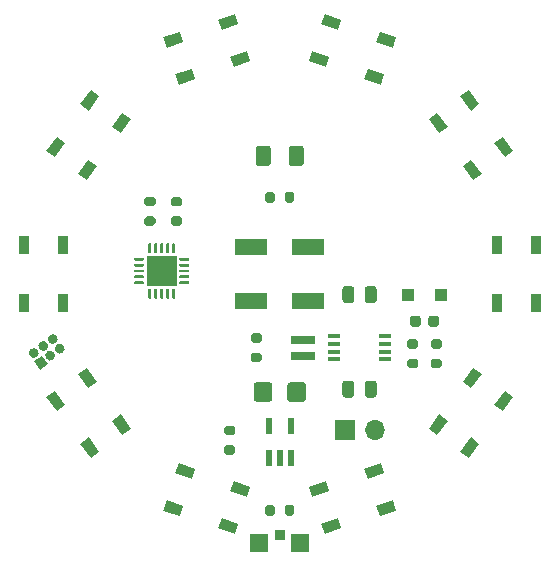
<source format=gts>
G04 #@! TF.GenerationSoftware,KiCad,Pcbnew,(5.1.10)-1*
G04 #@! TF.CreationDate,2022-01-26T20:28:20-05:00*
G04 #@! TF.ProjectId,FestivalNecklace,46657374-6976-4616-9c4e-65636b6c6163,rev?*
G04 #@! TF.SameCoordinates,Original*
G04 #@! TF.FileFunction,Soldermask,Top*
G04 #@! TF.FilePolarity,Negative*
%FSLAX46Y46*%
G04 Gerber Fmt 4.6, Leading zero omitted, Abs format (unit mm)*
G04 Created by KiCad (PCBNEW (5.1.10)-1) date 2022-01-26 20:28:20*
%MOMM*%
%LPD*%
G01*
G04 APERTURE LIST*
%ADD10R,2.006600X0.660400*%
%ADD11R,1.100000X1.100000*%
%ADD12R,1.041400X0.381000*%
%ADD13O,1.700000X1.700000*%
%ADD14R,1.700000X1.700000*%
%ADD15R,0.558800X1.320800*%
%ADD16C,0.150000*%
%ADD17R,0.900000X1.500000*%
%ADD18R,2.600000X2.600000*%
%ADD19R,2.785000X1.400000*%
%ADD20R,0.900000X0.900000*%
%ADD21R,1.500000X1.500000*%
G04 APERTURE END LIST*
D10*
X102000000Y-106925000D03*
X102000000Y-105575000D03*
D11*
X110850000Y-101750000D03*
X113650000Y-101750000D03*
G36*
G01*
X107200000Y-110225000D02*
X107200000Y-109275000D01*
G75*
G02*
X107450000Y-109025000I250000J0D01*
G01*
X107950000Y-109025000D01*
G75*
G02*
X108200000Y-109275000I0J-250000D01*
G01*
X108200000Y-110225000D01*
G75*
G02*
X107950000Y-110475000I-250000J0D01*
G01*
X107450000Y-110475000D01*
G75*
G02*
X107200000Y-110225000I0J250000D01*
G01*
G37*
G36*
G01*
X105300000Y-110225000D02*
X105300000Y-109275000D01*
G75*
G02*
X105550000Y-109025000I250000J0D01*
G01*
X106050000Y-109025000D01*
G75*
G02*
X106300000Y-109275000I0J-250000D01*
G01*
X106300000Y-110225000D01*
G75*
G02*
X106050000Y-110475000I-250000J0D01*
G01*
X105550000Y-110475000D01*
G75*
G02*
X105300000Y-110225000I0J250000D01*
G01*
G37*
G36*
G01*
X106300000Y-101275000D02*
X106300000Y-102225000D01*
G75*
G02*
X106050000Y-102475000I-250000J0D01*
G01*
X105550000Y-102475000D01*
G75*
G02*
X105300000Y-102225000I0J250000D01*
G01*
X105300000Y-101275000D01*
G75*
G02*
X105550000Y-101025000I250000J0D01*
G01*
X106050000Y-101025000D01*
G75*
G02*
X106300000Y-101275000I0J-250000D01*
G01*
G37*
G36*
G01*
X108200000Y-101275000D02*
X108200000Y-102225000D01*
G75*
G02*
X107950000Y-102475000I-250000J0D01*
G01*
X107450000Y-102475000D01*
G75*
G02*
X107200000Y-102225000I0J250000D01*
G01*
X107200000Y-101275000D01*
G75*
G02*
X107450000Y-101025000I250000J0D01*
G01*
X107950000Y-101025000D01*
G75*
G02*
X108200000Y-101275000I0J-250000D01*
G01*
G37*
G36*
G01*
X112575000Y-104250000D02*
X112575000Y-103750000D01*
G75*
G02*
X112800000Y-103525000I225000J0D01*
G01*
X113250000Y-103525000D01*
G75*
G02*
X113475000Y-103750000I0J-225000D01*
G01*
X113475000Y-104250000D01*
G75*
G02*
X113250000Y-104475000I-225000J0D01*
G01*
X112800000Y-104475000D01*
G75*
G02*
X112575000Y-104250000I0J225000D01*
G01*
G37*
G36*
G01*
X111025000Y-104250000D02*
X111025000Y-103750000D01*
G75*
G02*
X111250000Y-103525000I225000J0D01*
G01*
X111700000Y-103525000D01*
G75*
G02*
X111925000Y-103750000I0J-225000D01*
G01*
X111925000Y-104250000D01*
G75*
G02*
X111700000Y-104475000I-225000J0D01*
G01*
X111250000Y-104475000D01*
G75*
G02*
X111025000Y-104250000I0J225000D01*
G01*
G37*
D12*
X104629100Y-105274640D03*
X104629100Y-105924880D03*
X104629100Y-106575120D03*
X104629100Y-107225360D03*
X108870900Y-107225360D03*
X108870900Y-106575120D03*
X108870900Y-105924880D03*
X108870900Y-105274640D03*
G36*
G01*
X91525000Y-94275000D02*
X90975000Y-94275000D01*
G75*
G02*
X90775000Y-94075000I0J200000D01*
G01*
X90775000Y-93675000D01*
G75*
G02*
X90975000Y-93475000I200000J0D01*
G01*
X91525000Y-93475000D01*
G75*
G02*
X91725000Y-93675000I0J-200000D01*
G01*
X91725000Y-94075000D01*
G75*
G02*
X91525000Y-94275000I-200000J0D01*
G01*
G37*
G36*
G01*
X91525000Y-95925000D02*
X90975000Y-95925000D01*
G75*
G02*
X90775000Y-95725000I0J200000D01*
G01*
X90775000Y-95325000D01*
G75*
G02*
X90975000Y-95125000I200000J0D01*
G01*
X91525000Y-95125000D01*
G75*
G02*
X91725000Y-95325000I0J-200000D01*
G01*
X91725000Y-95725000D01*
G75*
G02*
X91525000Y-95925000I-200000J0D01*
G01*
G37*
G36*
G01*
X113525000Y-106325000D02*
X112975000Y-106325000D01*
G75*
G02*
X112775000Y-106125000I0J200000D01*
G01*
X112775000Y-105725000D01*
G75*
G02*
X112975000Y-105525000I200000J0D01*
G01*
X113525000Y-105525000D01*
G75*
G02*
X113725000Y-105725000I0J-200000D01*
G01*
X113725000Y-106125000D01*
G75*
G02*
X113525000Y-106325000I-200000J0D01*
G01*
G37*
G36*
G01*
X113525000Y-107975000D02*
X112975000Y-107975000D01*
G75*
G02*
X112775000Y-107775000I0J200000D01*
G01*
X112775000Y-107375000D01*
G75*
G02*
X112975000Y-107175000I200000J0D01*
G01*
X113525000Y-107175000D01*
G75*
G02*
X113725000Y-107375000I0J-200000D01*
G01*
X113725000Y-107775000D01*
G75*
G02*
X113525000Y-107975000I-200000J0D01*
G01*
G37*
G36*
G01*
X89275000Y-94275000D02*
X88725000Y-94275000D01*
G75*
G02*
X88525000Y-94075000I0J200000D01*
G01*
X88525000Y-93675000D01*
G75*
G02*
X88725000Y-93475000I200000J0D01*
G01*
X89275000Y-93475000D01*
G75*
G02*
X89475000Y-93675000I0J-200000D01*
G01*
X89475000Y-94075000D01*
G75*
G02*
X89275000Y-94275000I-200000J0D01*
G01*
G37*
G36*
G01*
X89275000Y-95925000D02*
X88725000Y-95925000D01*
G75*
G02*
X88525000Y-95725000I0J200000D01*
G01*
X88525000Y-95325000D01*
G75*
G02*
X88725000Y-95125000I200000J0D01*
G01*
X89275000Y-95125000D01*
G75*
G02*
X89475000Y-95325000I0J-200000D01*
G01*
X89475000Y-95725000D01*
G75*
G02*
X89275000Y-95925000I-200000J0D01*
G01*
G37*
G36*
G01*
X111525000Y-106325000D02*
X110975000Y-106325000D01*
G75*
G02*
X110775000Y-106125000I0J200000D01*
G01*
X110775000Y-105725000D01*
G75*
G02*
X110975000Y-105525000I200000J0D01*
G01*
X111525000Y-105525000D01*
G75*
G02*
X111725000Y-105725000I0J-200000D01*
G01*
X111725000Y-106125000D01*
G75*
G02*
X111525000Y-106325000I-200000J0D01*
G01*
G37*
G36*
G01*
X111525000Y-107975000D02*
X110975000Y-107975000D01*
G75*
G02*
X110775000Y-107775000I0J200000D01*
G01*
X110775000Y-107375000D01*
G75*
G02*
X110975000Y-107175000I200000J0D01*
G01*
X111525000Y-107175000D01*
G75*
G02*
X111725000Y-107375000I0J-200000D01*
G01*
X111725000Y-107775000D01*
G75*
G02*
X111525000Y-107975000I-200000J0D01*
G01*
G37*
D13*
X108040000Y-113250000D03*
D14*
X105500000Y-113250000D03*
D15*
X99060200Y-115621600D03*
X100000000Y-115621600D03*
X100939800Y-115621600D03*
X100939800Y-112878400D03*
X99060200Y-112878400D03*
D16*
G36*
X109594502Y-119173514D02*
G01*
X109872617Y-120029465D01*
X108446032Y-120492990D01*
X108167917Y-119637039D01*
X109594502Y-119173514D01*
G37*
G36*
X108574745Y-116035027D02*
G01*
X108852860Y-116890978D01*
X107426275Y-117354503D01*
X107148160Y-116498552D01*
X108574745Y-116035027D01*
G37*
G36*
X103914568Y-117549210D02*
G01*
X104192683Y-118405161D01*
X102766098Y-118868686D01*
X102487983Y-118012735D01*
X103914568Y-117549210D01*
G37*
G36*
X104934325Y-120687697D02*
G01*
X105212440Y-121543648D01*
X103785855Y-122007173D01*
X103507740Y-121151222D01*
X104934325Y-120687697D01*
G37*
G36*
X119032033Y-109872188D02*
G01*
X119760149Y-110401195D01*
X118878471Y-111614720D01*
X118150355Y-111085713D01*
X119032033Y-109872188D01*
G37*
G36*
X116362277Y-107932497D02*
G01*
X117090393Y-108461504D01*
X116208715Y-109675029D01*
X115480599Y-109146022D01*
X116362277Y-107932497D01*
G37*
G36*
X113482129Y-111896680D02*
G01*
X114210245Y-112425687D01*
X113328567Y-113639212D01*
X112600451Y-113110205D01*
X113482129Y-111896680D01*
G37*
G36*
X116151885Y-113836371D02*
G01*
X116880001Y-114365378D01*
X115998323Y-115578903D01*
X115270207Y-115049896D01*
X116151885Y-113836371D01*
G37*
D17*
X121650000Y-97550000D03*
X118350000Y-97550000D03*
X118350000Y-102450000D03*
X121650000Y-102450000D03*
D16*
G36*
X115270207Y-84950104D02*
G01*
X115998323Y-84421097D01*
X116880001Y-85634622D01*
X116151885Y-86163629D01*
X115270207Y-84950104D01*
G37*
G36*
X112600451Y-86889795D02*
G01*
X113328567Y-86360788D01*
X114210245Y-87574313D01*
X113482129Y-88103320D01*
X112600451Y-86889795D01*
G37*
G36*
X115480599Y-90853978D02*
G01*
X116208715Y-90324971D01*
X117090393Y-91538496D01*
X116362277Y-92067503D01*
X115480599Y-90853978D01*
G37*
G36*
X118150355Y-88914287D02*
G01*
X118878471Y-88385280D01*
X119760149Y-89598805D01*
X119032033Y-90127812D01*
X118150355Y-88914287D01*
G37*
G36*
X103507740Y-78848778D02*
G01*
X103785855Y-77992827D01*
X105212440Y-78456352D01*
X104934325Y-79312303D01*
X103507740Y-78848778D01*
G37*
G36*
X102487983Y-81987265D02*
G01*
X102766098Y-81131314D01*
X104192683Y-81594839D01*
X103914568Y-82450790D01*
X102487983Y-81987265D01*
G37*
G36*
X107148160Y-83501448D02*
G01*
X107426275Y-82645497D01*
X108852860Y-83109022D01*
X108574745Y-83964973D01*
X107148160Y-83501448D01*
G37*
G36*
X108167917Y-80362961D02*
G01*
X108446032Y-79507010D01*
X109872617Y-79970535D01*
X109594502Y-80826486D01*
X108167917Y-80362961D01*
G37*
G36*
X90405498Y-80826486D02*
G01*
X90127383Y-79970535D01*
X91553968Y-79507010D01*
X91832083Y-80362961D01*
X90405498Y-80826486D01*
G37*
G36*
X91425255Y-83964973D02*
G01*
X91147140Y-83109022D01*
X92573725Y-82645497D01*
X92851840Y-83501448D01*
X91425255Y-83964973D01*
G37*
G36*
X96085432Y-82450790D02*
G01*
X95807317Y-81594839D01*
X97233902Y-81131314D01*
X97512017Y-81987265D01*
X96085432Y-82450790D01*
G37*
G36*
X95065675Y-79312303D02*
G01*
X94787560Y-78456352D01*
X96214145Y-77992827D01*
X96492260Y-78848778D01*
X95065675Y-79312303D01*
G37*
G36*
X80967967Y-90127812D02*
G01*
X80239851Y-89598805D01*
X81121529Y-88385280D01*
X81849645Y-88914287D01*
X80967967Y-90127812D01*
G37*
G36*
X83637723Y-92067503D02*
G01*
X82909607Y-91538496D01*
X83791285Y-90324971D01*
X84519401Y-90853978D01*
X83637723Y-92067503D01*
G37*
G36*
X86517871Y-88103320D02*
G01*
X85789755Y-87574313D01*
X86671433Y-86360788D01*
X87399549Y-86889795D01*
X86517871Y-88103320D01*
G37*
G36*
X83848115Y-86163629D02*
G01*
X83119999Y-85634622D01*
X84001677Y-84421097D01*
X84729793Y-84950104D01*
X83848115Y-86163629D01*
G37*
D17*
X78350000Y-102450000D03*
X81650000Y-102450000D03*
X81650000Y-97550000D03*
X78350000Y-97550000D03*
D16*
G36*
X84729793Y-115049896D02*
G01*
X84001677Y-115578903D01*
X83119999Y-114365378D01*
X83848115Y-113836371D01*
X84729793Y-115049896D01*
G37*
G36*
X87399549Y-113110205D02*
G01*
X86671433Y-113639212D01*
X85789755Y-112425687D01*
X86517871Y-111896680D01*
X87399549Y-113110205D01*
G37*
G36*
X84519401Y-109146022D02*
G01*
X83791285Y-109675029D01*
X82909607Y-108461504D01*
X83637723Y-107932497D01*
X84519401Y-109146022D01*
G37*
G36*
X81849645Y-111085713D02*
G01*
X81121529Y-111614720D01*
X80239851Y-110401195D01*
X80967967Y-109872188D01*
X81849645Y-111085713D01*
G37*
G36*
X96492260Y-121151222D02*
G01*
X96214145Y-122007173D01*
X94787560Y-121543648D01*
X95065675Y-120687697D01*
X96492260Y-121151222D01*
G37*
G36*
X97512017Y-118012735D02*
G01*
X97233902Y-118868686D01*
X95807317Y-118405161D01*
X96085432Y-117549210D01*
X97512017Y-118012735D01*
G37*
G36*
X92851840Y-116498552D02*
G01*
X92573725Y-117354503D01*
X91147140Y-116890978D01*
X91425255Y-116035027D01*
X92851840Y-116498552D01*
G37*
G36*
X91832083Y-119637039D02*
G01*
X91553968Y-120492990D01*
X90127383Y-120029465D01*
X90405498Y-119173514D01*
X91832083Y-119637039D01*
G37*
D18*
X90000000Y-99750000D03*
G36*
G01*
X91562500Y-98625000D02*
X92287500Y-98625000D01*
G75*
G02*
X92350000Y-98687500I0J-62500D01*
G01*
X92350000Y-98812500D01*
G75*
G02*
X92287500Y-98875000I-62500J0D01*
G01*
X91562500Y-98875000D01*
G75*
G02*
X91500000Y-98812500I0J62500D01*
G01*
X91500000Y-98687500D01*
G75*
G02*
X91562500Y-98625000I62500J0D01*
G01*
G37*
G36*
G01*
X91562500Y-99125000D02*
X92287500Y-99125000D01*
G75*
G02*
X92350000Y-99187500I0J-62500D01*
G01*
X92350000Y-99312500D01*
G75*
G02*
X92287500Y-99375000I-62500J0D01*
G01*
X91562500Y-99375000D01*
G75*
G02*
X91500000Y-99312500I0J62500D01*
G01*
X91500000Y-99187500D01*
G75*
G02*
X91562500Y-99125000I62500J0D01*
G01*
G37*
G36*
G01*
X91562500Y-99625000D02*
X92287500Y-99625000D01*
G75*
G02*
X92350000Y-99687500I0J-62500D01*
G01*
X92350000Y-99812500D01*
G75*
G02*
X92287500Y-99875000I-62500J0D01*
G01*
X91562500Y-99875000D01*
G75*
G02*
X91500000Y-99812500I0J62500D01*
G01*
X91500000Y-99687500D01*
G75*
G02*
X91562500Y-99625000I62500J0D01*
G01*
G37*
G36*
G01*
X91562500Y-100125000D02*
X92287500Y-100125000D01*
G75*
G02*
X92350000Y-100187500I0J-62500D01*
G01*
X92350000Y-100312500D01*
G75*
G02*
X92287500Y-100375000I-62500J0D01*
G01*
X91562500Y-100375000D01*
G75*
G02*
X91500000Y-100312500I0J62500D01*
G01*
X91500000Y-100187500D01*
G75*
G02*
X91562500Y-100125000I62500J0D01*
G01*
G37*
G36*
G01*
X91562500Y-100625000D02*
X92287500Y-100625000D01*
G75*
G02*
X92350000Y-100687500I0J-62500D01*
G01*
X92350000Y-100812500D01*
G75*
G02*
X92287500Y-100875000I-62500J0D01*
G01*
X91562500Y-100875000D01*
G75*
G02*
X91500000Y-100812500I0J62500D01*
G01*
X91500000Y-100687500D01*
G75*
G02*
X91562500Y-100625000I62500J0D01*
G01*
G37*
G36*
G01*
X90937500Y-101250000D02*
X91062500Y-101250000D01*
G75*
G02*
X91125000Y-101312500I0J-62500D01*
G01*
X91125000Y-102037500D01*
G75*
G02*
X91062500Y-102100000I-62500J0D01*
G01*
X90937500Y-102100000D01*
G75*
G02*
X90875000Y-102037500I0J62500D01*
G01*
X90875000Y-101312500D01*
G75*
G02*
X90937500Y-101250000I62500J0D01*
G01*
G37*
G36*
G01*
X90437500Y-101250000D02*
X90562500Y-101250000D01*
G75*
G02*
X90625000Y-101312500I0J-62500D01*
G01*
X90625000Y-102037500D01*
G75*
G02*
X90562500Y-102100000I-62500J0D01*
G01*
X90437500Y-102100000D01*
G75*
G02*
X90375000Y-102037500I0J62500D01*
G01*
X90375000Y-101312500D01*
G75*
G02*
X90437500Y-101250000I62500J0D01*
G01*
G37*
G36*
G01*
X89937500Y-101250000D02*
X90062500Y-101250000D01*
G75*
G02*
X90125000Y-101312500I0J-62500D01*
G01*
X90125000Y-102037500D01*
G75*
G02*
X90062500Y-102100000I-62500J0D01*
G01*
X89937500Y-102100000D01*
G75*
G02*
X89875000Y-102037500I0J62500D01*
G01*
X89875000Y-101312500D01*
G75*
G02*
X89937500Y-101250000I62500J0D01*
G01*
G37*
G36*
G01*
X89437500Y-101250000D02*
X89562500Y-101250000D01*
G75*
G02*
X89625000Y-101312500I0J-62500D01*
G01*
X89625000Y-102037500D01*
G75*
G02*
X89562500Y-102100000I-62500J0D01*
G01*
X89437500Y-102100000D01*
G75*
G02*
X89375000Y-102037500I0J62500D01*
G01*
X89375000Y-101312500D01*
G75*
G02*
X89437500Y-101250000I62500J0D01*
G01*
G37*
G36*
G01*
X88937500Y-101250000D02*
X89062500Y-101250000D01*
G75*
G02*
X89125000Y-101312500I0J-62500D01*
G01*
X89125000Y-102037500D01*
G75*
G02*
X89062500Y-102100000I-62500J0D01*
G01*
X88937500Y-102100000D01*
G75*
G02*
X88875000Y-102037500I0J62500D01*
G01*
X88875000Y-101312500D01*
G75*
G02*
X88937500Y-101250000I62500J0D01*
G01*
G37*
G36*
G01*
X87712500Y-100625000D02*
X88437500Y-100625000D01*
G75*
G02*
X88500000Y-100687500I0J-62500D01*
G01*
X88500000Y-100812500D01*
G75*
G02*
X88437500Y-100875000I-62500J0D01*
G01*
X87712500Y-100875000D01*
G75*
G02*
X87650000Y-100812500I0J62500D01*
G01*
X87650000Y-100687500D01*
G75*
G02*
X87712500Y-100625000I62500J0D01*
G01*
G37*
G36*
G01*
X87712500Y-100125000D02*
X88437500Y-100125000D01*
G75*
G02*
X88500000Y-100187500I0J-62500D01*
G01*
X88500000Y-100312500D01*
G75*
G02*
X88437500Y-100375000I-62500J0D01*
G01*
X87712500Y-100375000D01*
G75*
G02*
X87650000Y-100312500I0J62500D01*
G01*
X87650000Y-100187500D01*
G75*
G02*
X87712500Y-100125000I62500J0D01*
G01*
G37*
G36*
G01*
X87712500Y-99625000D02*
X88437500Y-99625000D01*
G75*
G02*
X88500000Y-99687500I0J-62500D01*
G01*
X88500000Y-99812500D01*
G75*
G02*
X88437500Y-99875000I-62500J0D01*
G01*
X87712500Y-99875000D01*
G75*
G02*
X87650000Y-99812500I0J62500D01*
G01*
X87650000Y-99687500D01*
G75*
G02*
X87712500Y-99625000I62500J0D01*
G01*
G37*
G36*
G01*
X87712500Y-99125000D02*
X88437500Y-99125000D01*
G75*
G02*
X88500000Y-99187500I0J-62500D01*
G01*
X88500000Y-99312500D01*
G75*
G02*
X88437500Y-99375000I-62500J0D01*
G01*
X87712500Y-99375000D01*
G75*
G02*
X87650000Y-99312500I0J62500D01*
G01*
X87650000Y-99187500D01*
G75*
G02*
X87712500Y-99125000I62500J0D01*
G01*
G37*
G36*
G01*
X87712500Y-98625000D02*
X88437500Y-98625000D01*
G75*
G02*
X88500000Y-98687500I0J-62500D01*
G01*
X88500000Y-98812500D01*
G75*
G02*
X88437500Y-98875000I-62500J0D01*
G01*
X87712500Y-98875000D01*
G75*
G02*
X87650000Y-98812500I0J62500D01*
G01*
X87650000Y-98687500D01*
G75*
G02*
X87712500Y-98625000I62500J0D01*
G01*
G37*
G36*
G01*
X88937500Y-97400000D02*
X89062500Y-97400000D01*
G75*
G02*
X89125000Y-97462500I0J-62500D01*
G01*
X89125000Y-98187500D01*
G75*
G02*
X89062500Y-98250000I-62500J0D01*
G01*
X88937500Y-98250000D01*
G75*
G02*
X88875000Y-98187500I0J62500D01*
G01*
X88875000Y-97462500D01*
G75*
G02*
X88937500Y-97400000I62500J0D01*
G01*
G37*
G36*
G01*
X89437500Y-97400000D02*
X89562500Y-97400000D01*
G75*
G02*
X89625000Y-97462500I0J-62500D01*
G01*
X89625000Y-98187500D01*
G75*
G02*
X89562500Y-98250000I-62500J0D01*
G01*
X89437500Y-98250000D01*
G75*
G02*
X89375000Y-98187500I0J62500D01*
G01*
X89375000Y-97462500D01*
G75*
G02*
X89437500Y-97400000I62500J0D01*
G01*
G37*
G36*
G01*
X89937500Y-97400000D02*
X90062500Y-97400000D01*
G75*
G02*
X90125000Y-97462500I0J-62500D01*
G01*
X90125000Y-98187500D01*
G75*
G02*
X90062500Y-98250000I-62500J0D01*
G01*
X89937500Y-98250000D01*
G75*
G02*
X89875000Y-98187500I0J62500D01*
G01*
X89875000Y-97462500D01*
G75*
G02*
X89937500Y-97400000I62500J0D01*
G01*
G37*
G36*
G01*
X90437500Y-97400000D02*
X90562500Y-97400000D01*
G75*
G02*
X90625000Y-97462500I0J-62500D01*
G01*
X90625000Y-98187500D01*
G75*
G02*
X90562500Y-98250000I-62500J0D01*
G01*
X90437500Y-98250000D01*
G75*
G02*
X90375000Y-98187500I0J62500D01*
G01*
X90375000Y-97462500D01*
G75*
G02*
X90437500Y-97400000I62500J0D01*
G01*
G37*
G36*
G01*
X90937500Y-97400000D02*
X91062500Y-97400000D01*
G75*
G02*
X91125000Y-97462500I0J-62500D01*
G01*
X91125000Y-98187500D01*
G75*
G02*
X91062500Y-98250000I-62500J0D01*
G01*
X90937500Y-98250000D01*
G75*
G02*
X90875000Y-98187500I0J62500D01*
G01*
X90875000Y-97462500D01*
G75*
G02*
X90937500Y-97400000I62500J0D01*
G01*
G37*
D19*
X97592500Y-102250000D03*
X97592500Y-97750000D03*
X102407500Y-97750000D03*
X102407500Y-102250000D03*
G36*
G01*
X96025000Y-113650000D02*
X95475000Y-113650000D01*
G75*
G02*
X95275000Y-113450000I0J200000D01*
G01*
X95275000Y-113050000D01*
G75*
G02*
X95475000Y-112850000I200000J0D01*
G01*
X96025000Y-112850000D01*
G75*
G02*
X96225000Y-113050000I0J-200000D01*
G01*
X96225000Y-113450000D01*
G75*
G02*
X96025000Y-113650000I-200000J0D01*
G01*
G37*
G36*
G01*
X96025000Y-115300000D02*
X95475000Y-115300000D01*
G75*
G02*
X95275000Y-115100000I0J200000D01*
G01*
X95275000Y-114700000D01*
G75*
G02*
X95475000Y-114500000I200000J0D01*
G01*
X96025000Y-114500000D01*
G75*
G02*
X96225000Y-114700000I0J-200000D01*
G01*
X96225000Y-115100000D01*
G75*
G02*
X96025000Y-115300000I-200000J0D01*
G01*
G37*
G36*
G01*
X100425000Y-120275000D02*
X100425000Y-119725000D01*
G75*
G02*
X100625000Y-119525000I200000J0D01*
G01*
X101025000Y-119525000D01*
G75*
G02*
X101225000Y-119725000I0J-200000D01*
G01*
X101225000Y-120275000D01*
G75*
G02*
X101025000Y-120475000I-200000J0D01*
G01*
X100625000Y-120475000D01*
G75*
G02*
X100425000Y-120275000I0J200000D01*
G01*
G37*
G36*
G01*
X98775000Y-120275000D02*
X98775000Y-119725000D01*
G75*
G02*
X98975000Y-119525000I200000J0D01*
G01*
X99375000Y-119525000D01*
G75*
G02*
X99575000Y-119725000I0J-200000D01*
G01*
X99575000Y-120275000D01*
G75*
G02*
X99375000Y-120475000I-200000J0D01*
G01*
X98975000Y-120475000D01*
G75*
G02*
X98775000Y-120275000I0J200000D01*
G01*
G37*
G36*
G01*
X97725000Y-106675000D02*
X98275000Y-106675000D01*
G75*
G02*
X98475000Y-106875000I0J-200000D01*
G01*
X98475000Y-107275000D01*
G75*
G02*
X98275000Y-107475000I-200000J0D01*
G01*
X97725000Y-107475000D01*
G75*
G02*
X97525000Y-107275000I0J200000D01*
G01*
X97525000Y-106875000D01*
G75*
G02*
X97725000Y-106675000I200000J0D01*
G01*
G37*
G36*
G01*
X97725000Y-105025000D02*
X98275000Y-105025000D01*
G75*
G02*
X98475000Y-105225000I0J-200000D01*
G01*
X98475000Y-105625000D01*
G75*
G02*
X98275000Y-105825000I-200000J0D01*
G01*
X97725000Y-105825000D01*
G75*
G02*
X97525000Y-105625000I0J200000D01*
G01*
X97525000Y-105225000D01*
G75*
G02*
X97725000Y-105025000I200000J0D01*
G01*
G37*
G36*
G01*
X99575000Y-93225000D02*
X99575000Y-93775000D01*
G75*
G02*
X99375000Y-93975000I-200000J0D01*
G01*
X98975000Y-93975000D01*
G75*
G02*
X98775000Y-93775000I0J200000D01*
G01*
X98775000Y-93225000D01*
G75*
G02*
X98975000Y-93025000I200000J0D01*
G01*
X99375000Y-93025000D01*
G75*
G02*
X99575000Y-93225000I0J-200000D01*
G01*
G37*
G36*
G01*
X101225000Y-93225000D02*
X101225000Y-93775000D01*
G75*
G02*
X101025000Y-93975000I-200000J0D01*
G01*
X100625000Y-93975000D01*
G75*
G02*
X100425000Y-93775000I0J200000D01*
G01*
X100425000Y-93225000D01*
G75*
G02*
X100625000Y-93025000I200000J0D01*
G01*
X101025000Y-93025000D01*
G75*
G02*
X101225000Y-93225000I0J-200000D01*
G01*
G37*
G36*
G01*
X81030058Y-105859245D02*
X81030058Y-105859245D01*
G75*
G02*
X80436417Y-105765222I-249809J343832D01*
G01*
X80436417Y-105765222D01*
G75*
G02*
X80530440Y-105171581I343832J249809D01*
G01*
X80530440Y-105171581D01*
G75*
G02*
X81124081Y-105265604I249809J-343832D01*
G01*
X81124081Y-105265604D01*
G75*
G02*
X81030058Y-105859245I-343832J-249809D01*
G01*
G37*
G36*
G01*
X81617843Y-106668261D02*
X81617843Y-106668261D01*
G75*
G02*
X81024202Y-106574238I-249809J343832D01*
G01*
X81024202Y-106574238D01*
G75*
G02*
X81118225Y-105980597I343832J249809D01*
G01*
X81118225Y-105980597D01*
G75*
G02*
X81711866Y-106074620I249809J-343832D01*
G01*
X81711866Y-106074620D01*
G75*
G02*
X81617843Y-106668261I-343832J-249809D01*
G01*
G37*
G36*
G01*
X80221041Y-106447030D02*
X80221041Y-106447030D01*
G75*
G02*
X79627400Y-106353007I-249809J343832D01*
G01*
X79627400Y-106353007D01*
G75*
G02*
X79721423Y-105759366I343832J249809D01*
G01*
X79721423Y-105759366D01*
G75*
G02*
X80315064Y-105853389I249809J-343832D01*
G01*
X80315064Y-105853389D01*
G75*
G02*
X80221041Y-106447030I-343832J-249809D01*
G01*
G37*
G36*
G01*
X80808826Y-107256047D02*
X80808826Y-107256047D01*
G75*
G02*
X80215185Y-107162024I-249809J343832D01*
G01*
X80215185Y-107162024D01*
G75*
G02*
X80309208Y-106568383I343832J249809D01*
G01*
X80309208Y-106568383D01*
G75*
G02*
X80902849Y-106662406I249809J-343832D01*
G01*
X80902849Y-106662406D01*
G75*
G02*
X80808826Y-107256047I-343832J-249809D01*
G01*
G37*
G36*
G01*
X79412024Y-107034815D02*
X79412024Y-107034815D01*
G75*
G02*
X78818383Y-106940792I-249809J343832D01*
G01*
X78818383Y-106940792D01*
G75*
G02*
X78912406Y-106347151I343832J249809D01*
G01*
X78912406Y-106347151D01*
G75*
G02*
X79506047Y-106441174I249809J-343832D01*
G01*
X79506047Y-106441174D01*
G75*
G02*
X79412024Y-107034815I-343832J-249809D01*
G01*
G37*
D16*
G36*
X80343641Y-107594023D02*
G01*
X79655977Y-108093641D01*
X79156359Y-107405977D01*
X79844023Y-106906359D01*
X80343641Y-107594023D01*
G37*
D20*
X100000000Y-122100000D03*
D21*
X101750000Y-122750000D03*
X98250000Y-122750000D03*
G36*
G01*
X100625000Y-110575000D02*
X100625000Y-109425000D01*
G75*
G02*
X100875000Y-109175000I250000J0D01*
G01*
X101975000Y-109175000D01*
G75*
G02*
X102225000Y-109425000I0J-250000D01*
G01*
X102225000Y-110575000D01*
G75*
G02*
X101975000Y-110825000I-250000J0D01*
G01*
X100875000Y-110825000D01*
G75*
G02*
X100625000Y-110575000I0J250000D01*
G01*
G37*
G36*
G01*
X97775000Y-110575000D02*
X97775000Y-109425000D01*
G75*
G02*
X98025000Y-109175000I250000J0D01*
G01*
X99125000Y-109175000D01*
G75*
G02*
X99375000Y-109425000I0J-250000D01*
G01*
X99375000Y-110575000D01*
G75*
G02*
X99125000Y-110825000I-250000J0D01*
G01*
X98025000Y-110825000D01*
G75*
G02*
X97775000Y-110575000I0J250000D01*
G01*
G37*
G36*
G01*
X100775000Y-90625000D02*
X100775000Y-89375000D01*
G75*
G02*
X101025000Y-89125000I250000J0D01*
G01*
X101775000Y-89125000D01*
G75*
G02*
X102025000Y-89375000I0J-250000D01*
G01*
X102025000Y-90625000D01*
G75*
G02*
X101775000Y-90875000I-250000J0D01*
G01*
X101025000Y-90875000D01*
G75*
G02*
X100775000Y-90625000I0J250000D01*
G01*
G37*
G36*
G01*
X97975000Y-90625000D02*
X97975000Y-89375000D01*
G75*
G02*
X98225000Y-89125000I250000J0D01*
G01*
X98975000Y-89125000D01*
G75*
G02*
X99225000Y-89375000I0J-250000D01*
G01*
X99225000Y-90625000D01*
G75*
G02*
X98975000Y-90875000I-250000J0D01*
G01*
X98225000Y-90875000D01*
G75*
G02*
X97975000Y-90625000I0J250000D01*
G01*
G37*
M02*

</source>
